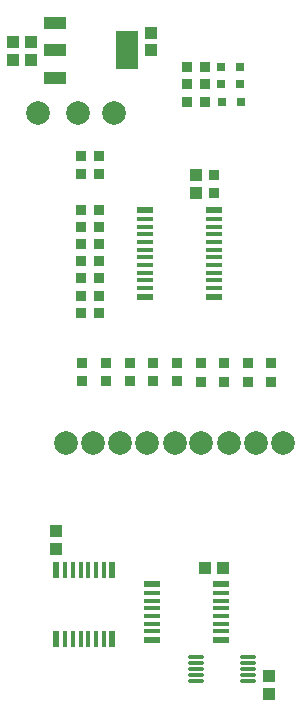
<source format=gtp>
G04*
G04 #@! TF.GenerationSoftware,Altium Limited,Altium Designer,20.2.6 (244)*
G04*
G04 Layer_Color=8421504*
%FSLAX25Y25*%
%MOIN*%
G70*
G04*
G04 #@! TF.SameCoordinates,A761004E-7D6E-4A87-B3DE-CFC7A672E5A2*
G04*
G04*
G04 #@! TF.FilePolarity,Positive*
G04*
G01*
G75*
%ADD17C,0.07874*%
%ADD18R,0.03347X0.03543*%
%ADD19R,0.05315X0.01575*%
%ADD20R,0.05315X0.02362*%
%ADD21R,0.03543X0.03347*%
%ADD22R,0.03937X0.04134*%
%ADD23R,0.07284X0.12598*%
%ADD24R,0.07284X0.03937*%
%ADD25R,0.03150X0.03150*%
%ADD26O,0.05709X0.01181*%
%ADD27R,0.04134X0.03937*%
%ADD28R,0.02362X0.05315*%
%ADD29R,0.01575X0.05315*%
D17*
X92520Y377953D02*
D03*
X66929D02*
D03*
X80276Y377795D02*
D03*
X85433Y267795D02*
D03*
X121575Y267795D02*
D03*
X130748D02*
D03*
X103543Y267795D02*
D03*
X112598D02*
D03*
X76378Y267795D02*
D03*
X94488D02*
D03*
X139764Y267795D02*
D03*
X148819D02*
D03*
D18*
X87382Y345630D02*
D03*
X81279D02*
D03*
Y328465D02*
D03*
X87382D02*
D03*
X81279Y334173D02*
D03*
X87382D02*
D03*
X81279Y316850D02*
D03*
X87382D02*
D03*
X81279Y339921D02*
D03*
X87382D02*
D03*
X81279Y311142D02*
D03*
X87382D02*
D03*
Y322756D02*
D03*
X81279D02*
D03*
X122736Y393071D02*
D03*
X116634D02*
D03*
X116673Y387362D02*
D03*
X122776D02*
D03*
X116713Y381614D02*
D03*
X122815D02*
D03*
D19*
X125650Y319508D02*
D03*
Y322067D02*
D03*
Y327185D02*
D03*
Y329744D02*
D03*
X102618Y339980D02*
D03*
Y342539D02*
D03*
Y337421D02*
D03*
Y334862D02*
D03*
Y322067D02*
D03*
Y332303D02*
D03*
Y329744D02*
D03*
Y327185D02*
D03*
Y324626D02*
D03*
Y319508D02*
D03*
X125650Y342539D02*
D03*
Y339980D02*
D03*
Y337421D02*
D03*
Y334862D02*
D03*
Y332303D02*
D03*
Y324626D02*
D03*
X105138Y217854D02*
D03*
Y215295D02*
D03*
Y212736D02*
D03*
Y210177D02*
D03*
Y207618D02*
D03*
Y205059D02*
D03*
X128169Y217854D02*
D03*
Y215295D02*
D03*
Y212736D02*
D03*
Y210177D02*
D03*
Y207618D02*
D03*
Y205059D02*
D03*
D20*
X102618Y345492D02*
D03*
Y316555D02*
D03*
X125650Y345492D02*
D03*
Y316555D02*
D03*
X105138Y202106D02*
D03*
X128169Y220807D02*
D03*
X105138D02*
D03*
X128169Y202106D02*
D03*
D21*
X81457Y357441D02*
D03*
Y363543D02*
D03*
X125591Y357283D02*
D03*
Y351181D02*
D03*
X87244Y357441D02*
D03*
Y363543D02*
D03*
X113386Y294488D02*
D03*
X105512D02*
D03*
X97638D02*
D03*
X89764D02*
D03*
X81890D02*
D03*
Y288386D02*
D03*
X89764D02*
D03*
X97638D02*
D03*
X105512D02*
D03*
X113386D02*
D03*
X121260Y288248D02*
D03*
Y294350D02*
D03*
X129134Y288248D02*
D03*
Y294350D02*
D03*
X137008Y288248D02*
D03*
Y294350D02*
D03*
X144882D02*
D03*
Y288248D02*
D03*
D22*
X119685Y357185D02*
D03*
Y351279D02*
D03*
X64882Y401457D02*
D03*
Y395551D02*
D03*
X58780Y395551D02*
D03*
Y401457D02*
D03*
X144095Y184252D02*
D03*
Y190157D02*
D03*
X73110Y232559D02*
D03*
Y238465D02*
D03*
X104685Y404646D02*
D03*
Y398740D02*
D03*
D23*
X96909Y398701D02*
D03*
D24*
X72697Y389646D02*
D03*
Y398701D02*
D03*
Y407756D02*
D03*
D25*
X128504Y381614D02*
D03*
X134803D02*
D03*
X128189Y387559D02*
D03*
X134488D02*
D03*
X128150Y393071D02*
D03*
X134449D02*
D03*
D26*
X119685Y196457D02*
D03*
Y194488D02*
D03*
Y192520D02*
D03*
Y190551D02*
D03*
Y188583D02*
D03*
X137008Y196457D02*
D03*
Y194488D02*
D03*
Y192520D02*
D03*
Y190551D02*
D03*
Y188583D02*
D03*
D27*
X122835Y226299D02*
D03*
X128740D02*
D03*
D28*
X91890Y225630D02*
D03*
X73189Y202599D02*
D03*
Y225630D02*
D03*
X91890Y202599D02*
D03*
D29*
X88937Y225630D02*
D03*
X86378D02*
D03*
X83819D02*
D03*
X81260D02*
D03*
X78701D02*
D03*
X76142D02*
D03*
X88937Y202599D02*
D03*
X86378D02*
D03*
X83819D02*
D03*
X81260D02*
D03*
X78701D02*
D03*
X76142D02*
D03*
M02*

</source>
